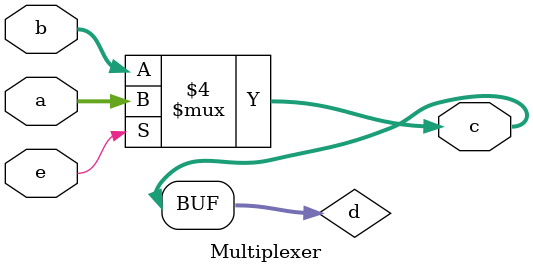
<source format=v>
`timescale 1ns / 1ps


module Multiplexer(
    input e,
    input [31:0]a,
    input [31:0]b,
    output [31:0]c
    );
    reg [31:0]d;
    always@(*)
        if(e==1)
            d<=a;
        else
            d<=b;
    assign c=d;
endmodule

</source>
